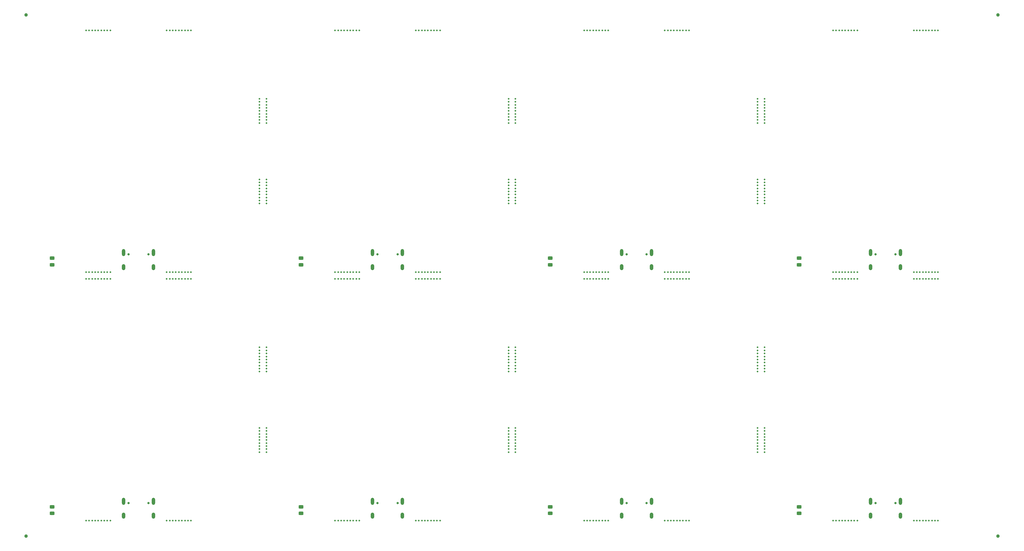
<source format=gbr>
%TF.GenerationSoftware,KiCad,Pcbnew,8.0.6-8.0.6-0~ubuntu24.04.1*%
%TF.CreationDate,2024-11-29T19:36:17+05:00*%
%TF.ProjectId,panel,70616e65-6c2e-46b6-9963-61645f706362,rev?*%
%TF.SameCoordinates,Original*%
%TF.FileFunction,Soldermask,Bot*%
%TF.FilePolarity,Negative*%
%FSLAX46Y46*%
G04 Gerber Fmt 4.6, Leading zero omitted, Abs format (unit mm)*
G04 Created by KiCad (PCBNEW 8.0.6-8.0.6-0~ubuntu24.04.1) date 2024-11-29 19:36:17*
%MOMM*%
%LPD*%
G01*
G04 APERTURE LIST*
G04 Aperture macros list*
%AMRoundRect*
0 Rectangle with rounded corners*
0 $1 Rounding radius*
0 $2 $3 $4 $5 $6 $7 $8 $9 X,Y pos of 4 corners*
0 Add a 4 corners polygon primitive as box body*
4,1,4,$2,$3,$4,$5,$6,$7,$8,$9,$2,$3,0*
0 Add four circle primitives for the rounded corners*
1,1,$1+$1,$2,$3*
1,1,$1+$1,$4,$5*
1,1,$1+$1,$6,$7*
1,1,$1+$1,$8,$9*
0 Add four rect primitives between the rounded corners*
20,1,$1+$1,$2,$3,$4,$5,0*
20,1,$1+$1,$4,$5,$6,$7,0*
20,1,$1+$1,$6,$7,$8,$9,0*
20,1,$1+$1,$8,$9,$2,$3,0*%
G04 Aperture macros list end*
%ADD10C,0.500000*%
%ADD11C,0.650000*%
%ADD12O,1.000000X2.100000*%
%ADD13O,1.000000X1.800000*%
%ADD14C,1.000000*%
%ADD15RoundRect,0.243750X-0.456250X0.243750X-0.456250X-0.243750X0.456250X-0.243750X0.456250X0.243750X0*%
G04 APERTURE END LIST*
D10*
%TO.C,KiKit_MB_8_4*%
X77500000Y-74543416D03*
%TD*%
%TO.C,KiKit_MB_38_1*%
X147500000Y-142167166D03*
%TD*%
%TO.C,KiKit_MB_25_1*%
X241332333Y-27001500D03*
%TD*%
%TO.C,KiKit_MB_6_6*%
X51291416Y-97001500D03*
%TD*%
D11*
%TO.C,J1*%
X37610000Y-91896500D03*
X43390000Y-91896500D03*
D12*
X36180000Y-91396500D03*
D13*
X36180000Y-95576500D03*
D12*
X44820000Y-91396500D03*
D13*
X44820000Y-95576500D03*
%TD*%
D10*
%TO.C,KiKit_MB_48_9*%
X199667666Y-99001500D03*
%TD*%
%TO.C,KiKit_MB_6_4*%
X53041916Y-97001500D03*
%TD*%
%TO.C,KiKit_MB_12_8*%
X126792416Y-27001500D03*
%TD*%
%TO.C,KiKit_MB_36_8*%
X77500000Y-143042416D03*
%TD*%
%TO.C,KiKit_MB_49_9*%
X169332333Y-169001500D03*
%TD*%
%TO.C,KiKit_MB_38_6*%
X147500000Y-146543416D03*
%TD*%
%TO.C,KiKit_MB_41_8*%
X98207583Y-169001500D03*
%TD*%
D11*
%TO.C,J1*%
X109610000Y-91896500D03*
X115390000Y-91896500D03*
D12*
X108180000Y-91396500D03*
D13*
X108180000Y-95576500D03*
D12*
X116820000Y-91396500D03*
D13*
X116820000Y-95576500D03*
%TD*%
D10*
%TO.C,KiKit_MB_20_1*%
X192665666Y-27001500D03*
%TD*%
%TO.C,KiKit_MB_31_4*%
X27958084Y-99001500D03*
%TD*%
%TO.C,KiKit_MB_29_6*%
X75500000Y-123210083D03*
%TD*%
%TO.C,KiKit_MB_33_4*%
X29708584Y-169001500D03*
%TD*%
%TO.C,KiKit_MB_50_8*%
X193540916Y-169001500D03*
%TD*%
%TO.C,KiKit_MB_23_5*%
X221500000Y-50334834D03*
%TD*%
%TO.C,KiKit_MB_50_3*%
X197917166Y-169001500D03*
%TD*%
%TO.C,KiKit_MB_38_2*%
X147500000Y-143042416D03*
%TD*%
%TO.C,KiKit_MB_48_8*%
X198792416Y-99001500D03*
%TD*%
%TO.C,KiKit_MB_51_3*%
X221500000Y-124085333D03*
%TD*%
%TO.C,KiKit_MB_34_8*%
X49540916Y-169001500D03*
%TD*%
%TO.C,KiKit_MB_25_9*%
X248334333Y-27001500D03*
%TD*%
%TO.C,KiKit_MB_56_5*%
X268166666Y-169001500D03*
%TD*%
%TO.C,KiKit_MB_21_4*%
X173708583Y-97001500D03*
%TD*%
%TO.C,KiKit_MB_31_8*%
X31459084Y-99001500D03*
%TD*%
%TO.C,KiKit_MB_50_2*%
X198792416Y-169001500D03*
%TD*%
%TO.C,KiKit_MB_21_1*%
X176334333Y-97001500D03*
%TD*%
%TO.C,KiKit_MB_17_7*%
X219500000Y-52085334D03*
%TD*%
%TO.C,KiKit_MB_14_7*%
X122416166Y-97001500D03*
%TD*%
%TO.C,KiKit_MB_45_6*%
X219500000Y-123210083D03*
%TD*%
%TO.C,KiKit_MB_8_9*%
X77500000Y-70167166D03*
%TD*%
%TO.C,KiKit_MB_23_2*%
X221500000Y-52960584D03*
%TD*%
%TO.C,KiKit_MB_28_1*%
X271667666Y-97001500D03*
%TD*%
%TO.C,KiKit_MB_35_2*%
X77500000Y-124960583D03*
%TD*%
%TO.C,KiKit_MB_54_1*%
X264665666Y-99001500D03*
%TD*%
%TO.C,KiKit_MB_53_5*%
X244833333Y-99001500D03*
%TD*%
%TO.C,KiKit_MB_29_9*%
X75500000Y-125835833D03*
%TD*%
%TO.C,KiKit_MB_50_5*%
X196166666Y-169001500D03*
%TD*%
%TO.C,KiKit_MB_43_2*%
X149500000Y-124960583D03*
%TD*%
%TO.C,KiKit_MB_50_1*%
X199667666Y-169001500D03*
%TD*%
%TO.C,KiKit_MB_36_3*%
X77500000Y-147418666D03*
%TD*%
%TO.C,KiKit_MB_17_2*%
X219500000Y-47709084D03*
%TD*%
%TO.C,KiKit_MB_11_4*%
X99958083Y-27001500D03*
%TD*%
%TO.C,KiKit_MB_7_2*%
X77500000Y-52960584D03*
%TD*%
%TO.C,KiKit_MB_38_7*%
X147500000Y-147418666D03*
%TD*%
%TO.C,KiKit_MB_39_6*%
X101708583Y-99001500D03*
%TD*%
%TO.C,KiKit_MB_13_5*%
X100833333Y-97001500D03*
%TD*%
%TO.C,KiKit_MB_48_1*%
X192665666Y-99001500D03*
%TD*%
D11*
%TO.C,J1*%
X181610000Y-91896500D03*
X187390000Y-91896500D03*
D12*
X180180000Y-91396500D03*
D13*
X180180000Y-95576500D03*
D12*
X188820000Y-91396500D03*
D13*
X188820000Y-95576500D03*
%TD*%
D10*
%TO.C,KiKit_MB_17_6*%
X219500000Y-51210084D03*
%TD*%
%TO.C,KiKit_MB_32_8*%
X54792416Y-99001500D03*
%TD*%
%TO.C,KiKit_MB_5_5*%
X28833334Y-97001500D03*
%TD*%
%TO.C,KiKit_MB_37_3*%
X147500000Y-120584333D03*
%TD*%
%TO.C,KiKit_MB_41_7*%
X99082833Y-169001500D03*
%TD*%
%TO.C,KiKit_MB_47_9*%
X176334333Y-99001500D03*
%TD*%
%TO.C,KiKit_MB_52_4*%
X221500000Y-146543416D03*
%TD*%
%TO.C,KiKit_MB_27_4*%
X245708583Y-97001500D03*
%TD*%
%TO.C,KiKit_MB_16_3*%
X149500000Y-75418666D03*
%TD*%
%TO.C,KiKit_MB_34_7*%
X50416166Y-169001500D03*
%TD*%
%TO.C,KiKit_MB_32_2*%
X49540916Y-99001500D03*
%TD*%
%TO.C,KiKit_MB_3_8*%
X31459084Y-27001500D03*
%TD*%
%TO.C,KiKit_MB_18_7*%
X219500000Y-75418666D03*
%TD*%
%TO.C,KiKit_MB_53_1*%
X241332333Y-99001500D03*
%TD*%
%TO.C,KiKit_MB_26_5*%
X268166666Y-27001500D03*
%TD*%
%TO.C,KiKit_MB_14_8*%
X121540916Y-97001500D03*
%TD*%
%TO.C,KiKit_MB_44_2*%
X149500000Y-148293916D03*
%TD*%
%TO.C,KiKit_MB_35_4*%
X77500000Y-123210083D03*
%TD*%
%TO.C,KiKit_MB_16_6*%
X149500000Y-72792916D03*
%TD*%
%TO.C,KiKit_MB_27_7*%
X243082833Y-97001500D03*
%TD*%
%TO.C,KiKit_MB_6_9*%
X48665666Y-97001500D03*
%TD*%
%TO.C,KiKit_MB_40_4*%
X123291416Y-99001500D03*
%TD*%
%TO.C,KiKit_MB_23_9*%
X221500000Y-46833834D03*
%TD*%
%TO.C,KiKit_MB_39_5*%
X100833333Y-99001500D03*
%TD*%
%TO.C,KiKit_MB_55_4*%
X245708583Y-169001500D03*
%TD*%
%TO.C,KiKit_MB_17_8*%
X219500000Y-52960584D03*
%TD*%
%TO.C,KiKit_MB_47_7*%
X174583833Y-99001500D03*
%TD*%
%TO.C,KiKit_MB_26_2*%
X265540916Y-27001500D03*
%TD*%
%TO.C,KiKit_MB_35_1*%
X77500000Y-125835833D03*
%TD*%
%TO.C,KiKit_MB_54_2*%
X265540916Y-99001500D03*
%TD*%
%TO.C,KiKit_MB_13_3*%
X102583833Y-97001500D03*
%TD*%
%TO.C,KiKit_MB_18_9*%
X219500000Y-77169166D03*
%TD*%
%TO.C,KiKit_MB_52_3*%
X221500000Y-147418666D03*
%TD*%
%TO.C,KiKit_MB_15_2*%
X149500000Y-52960584D03*
%TD*%
%TO.C,KiKit_MB_38_4*%
X147500000Y-144792916D03*
%TD*%
%TO.C,KiKit_MB_30_9*%
X75500000Y-149169166D03*
%TD*%
%TO.C,KiKit_MB_44_4*%
X149500000Y-146543416D03*
%TD*%
%TO.C,KiKit_MB_49_7*%
X171082833Y-169001500D03*
%TD*%
%TO.C,KiKit_MB_13_1*%
X104334333Y-97001500D03*
%TD*%
%TO.C,KiKit_MB_22_4*%
X197041916Y-97001500D03*
%TD*%
%TO.C,KiKit_MB_7_7*%
X77500000Y-48584334D03*
%TD*%
%TO.C,KiKit_MB_55_9*%
X241332333Y-169001500D03*
%TD*%
%TO.C,KiKit_MB_34_5*%
X52166666Y-169001500D03*
%TD*%
%TO.C,KiKit_MB_45_4*%
X219500000Y-121459583D03*
%TD*%
%TO.C,KiKit_MB_51_9*%
X221500000Y-118833833D03*
%TD*%
%TO.C,KiKit_MB_50_7*%
X194416166Y-169001500D03*
%TD*%
%TO.C,KiKit_MB_52_5*%
X221500000Y-145668166D03*
%TD*%
%TO.C,KiKit_MB_19_3*%
X171082833Y-27001500D03*
%TD*%
%TO.C,KiKit_MB_35_8*%
X77500000Y-119709083D03*
%TD*%
%TO.C,KiKit_MB_21_2*%
X175459083Y-97001500D03*
%TD*%
%TO.C,KiKit_MB_46_7*%
X219500000Y-147418666D03*
%TD*%
%TO.C,KiKit_MB_18_5*%
X219500000Y-73668166D03*
%TD*%
%TO.C,KiKit_MB_33_3*%
X30583834Y-169001500D03*
%TD*%
%TO.C,KiKit_MB_11_3*%
X99082833Y-27001500D03*
%TD*%
%TO.C,KiKit_MB_51_8*%
X221500000Y-119709083D03*
%TD*%
%TO.C,KiKit_MB_45_9*%
X219500000Y-125835833D03*
%TD*%
%TO.C,KiKit_MB_2_4*%
X75500000Y-72792916D03*
%TD*%
%TO.C,KiKit_MB_29_4*%
X75500000Y-121459583D03*
%TD*%
%TO.C,KiKit_MB_25_8*%
X247459083Y-27001500D03*
%TD*%
%TO.C,KiKit_MB_34_6*%
X51291416Y-169001500D03*
%TD*%
%TO.C,KiKit_MB_22_9*%
X192665666Y-97001500D03*
%TD*%
%TO.C,KiKit_MB_13_7*%
X99082833Y-97001500D03*
%TD*%
%TO.C,KiKit_MB_25_5*%
X244833333Y-27001500D03*
%TD*%
%TO.C,KiKit_MB_6_7*%
X50416166Y-97001500D03*
%TD*%
%TO.C,KiKit_MB_51_4*%
X221500000Y-123210083D03*
%TD*%
%TO.C,KiKit_MB_33_8*%
X26207584Y-169001500D03*
%TD*%
%TO.C,KiKit_MB_33_2*%
X31459084Y-169001500D03*
%TD*%
%TO.C,KiKit_MB_38_8*%
X147500000Y-148293916D03*
%TD*%
%TO.C,KiKit_MB_37_2*%
X147500000Y-119709083D03*
%TD*%
%TO.C,KiKit_MB_4_4*%
X51291416Y-27001500D03*
%TD*%
%TO.C,KiKit_MB_16_9*%
X149500000Y-70167166D03*
%TD*%
%TO.C,KiKit_MB_27_1*%
X248334333Y-97001500D03*
%TD*%
%TO.C,KiKit_MB_45_3*%
X219500000Y-120584333D03*
%TD*%
%TO.C,KiKit_MB_42_7*%
X122416166Y-169001500D03*
%TD*%
%TO.C,KiKit_MB_16_2*%
X149500000Y-76293916D03*
%TD*%
%TO.C,KiKit_MB_50_4*%
X197041916Y-169001500D03*
%TD*%
%TO.C,KiKit_MB_54_9*%
X271667666Y-99001500D03*
%TD*%
%TO.C,KiKit_MB_28_6*%
X267291416Y-97001500D03*
%TD*%
%TO.C,KiKit_MB_52_2*%
X221500000Y-148293916D03*
%TD*%
%TO.C,KiKit_MB_11_7*%
X102583833Y-27001500D03*
%TD*%
%TO.C,KiKit_MB_40_8*%
X126792416Y-99001500D03*
%TD*%
%TO.C,KiKit_MB_28_2*%
X270792416Y-97001500D03*
%TD*%
%TO.C,KiKit_MB_33_5*%
X28833334Y-169001500D03*
%TD*%
%TO.C,KiKit_MB_21_3*%
X174583833Y-97001500D03*
%TD*%
%TO.C,KiKit_MB_14_2*%
X126792416Y-97001500D03*
%TD*%
%TO.C,KiKit_MB_48_6*%
X197041916Y-99001500D03*
%TD*%
%TO.C,KiKit_MB_3_2*%
X26207584Y-27001500D03*
%TD*%
%TO.C,KiKit_MB_22_6*%
X195291416Y-97001500D03*
%TD*%
%TO.C,KiKit_MB_26_8*%
X270792416Y-27001500D03*
%TD*%
%TO.C,KiKit_MB_21_5*%
X172833333Y-97001500D03*
%TD*%
%TO.C,KiKit_MB_15_1*%
X149500000Y-53835834D03*
%TD*%
%TO.C,KiKit_MB_6_2*%
X54792416Y-97001500D03*
%TD*%
%TO.C,KiKit_MB_35_6*%
X77500000Y-121459583D03*
%TD*%
%TO.C,KiKit_MB_47_3*%
X171082833Y-99001500D03*
%TD*%
%TO.C,KiKit_MB_56_3*%
X269917166Y-169001500D03*
%TD*%
%TO.C,KiKit_MB_55_7*%
X243082833Y-169001500D03*
%TD*%
%TO.C,KiKit_MB_55_8*%
X242207583Y-169001500D03*
%TD*%
%TO.C,KiKit_MB_8_3*%
X77500000Y-75418666D03*
%TD*%
%TO.C,KiKit_MB_14_6*%
X123291416Y-97001500D03*
%TD*%
%TO.C,KiKit_MB_20_8*%
X198792416Y-27001500D03*
%TD*%
%TO.C,KiKit_MB_20_4*%
X195291416Y-27001500D03*
%TD*%
%TO.C,KiKit_MB_34_2*%
X54792416Y-169001500D03*
%TD*%
%TO.C,KiKit_MB_23_8*%
X221500000Y-47709084D03*
%TD*%
%TO.C,KiKit_MB_19_5*%
X172833333Y-27001500D03*
%TD*%
%TO.C,KiKit_MB_32_5*%
X52166666Y-99001500D03*
%TD*%
%TO.C,KiKit_MB_21_6*%
X171958083Y-97001500D03*
%TD*%
%TO.C,KiKit_MB_2_6*%
X75500000Y-74543416D03*
%TD*%
%TO.C,KiKit_MB_11_1*%
X97332333Y-27001500D03*
%TD*%
%TO.C,KiKit_MB_48_3*%
X194416166Y-99001500D03*
%TD*%
%TO.C,KiKit_MB_8_6*%
X77500000Y-72792916D03*
%TD*%
%TO.C,KiKit_MB_35_7*%
X77500000Y-120584333D03*
%TD*%
%TO.C,KiKit_MB_13_2*%
X103459083Y-97001500D03*
%TD*%
%TO.C,KiKit_MB_28_4*%
X269041916Y-97001500D03*
%TD*%
%TO.C,KiKit_MB_17_5*%
X219500000Y-50334834D03*
%TD*%
%TO.C,KiKit_MB_17_1*%
X219500000Y-46833834D03*
%TD*%
%TO.C,KiKit_MB_13_9*%
X97332333Y-97001500D03*
%TD*%
%TO.C,KiKit_MB_18_2*%
X219500000Y-71042416D03*
%TD*%
%TO.C,KiKit_MB_19_1*%
X169332333Y-27001500D03*
%TD*%
%TO.C,KiKit_MB_18_4*%
X219500000Y-72792916D03*
%TD*%
%TO.C,KiKit_MB_27_8*%
X242207583Y-97001500D03*
%TD*%
%TO.C,KiKit_MB_54_8*%
X270792416Y-99001500D03*
%TD*%
%TO.C,KiKit_MB_8_5*%
X77500000Y-73668166D03*
%TD*%
%TO.C,KiKit_MB_1_3*%
X75500000Y-48584334D03*
%TD*%
%TO.C,KiKit_MB_37_8*%
X147500000Y-124960583D03*
%TD*%
%TO.C,KiKit_MB_9_6*%
X147500000Y-51210084D03*
%TD*%
%TO.C,KiKit_MB_56_6*%
X267291416Y-169001500D03*
%TD*%
%TO.C,KiKit_MB_12_4*%
X123291416Y-27001500D03*
%TD*%
%TO.C,KiKit_MB_1_8*%
X75500000Y-52960584D03*
%TD*%
%TO.C,KiKit_MB_41_9*%
X97332333Y-169001500D03*
%TD*%
%TO.C,KiKit_MB_39_8*%
X103459083Y-99001500D03*
%TD*%
%TO.C,KiKit_MB_8_2*%
X77500000Y-76293916D03*
%TD*%
%TO.C,KiKit_MB_6_5*%
X52166666Y-97001500D03*
%TD*%
%TO.C,KiKit_MB_12_3*%
X122416166Y-27001500D03*
%TD*%
%TO.C,KiKit_MB_5_2*%
X31459084Y-97001500D03*
%TD*%
%TO.C,KiKit_MB_11_2*%
X98207583Y-27001500D03*
%TD*%
%TO.C,KiKit_MB_44_9*%
X149500000Y-142167166D03*
%TD*%
%TO.C,KiKit_MB_45_8*%
X219500000Y-124960583D03*
%TD*%
%TO.C,KiKit_MB_3_9*%
X32334334Y-27001500D03*
%TD*%
%TO.C,KiKit_MB_9_1*%
X147500000Y-46833834D03*
%TD*%
%TO.C,KiKit_MB_44_1*%
X149500000Y-149169166D03*
%TD*%
%TO.C,KiKit_MB_31_5*%
X28833334Y-99001500D03*
%TD*%
%TO.C,KiKit_MB_1_6*%
X75500000Y-51210084D03*
%TD*%
%TO.C,KiKit_MB_54_6*%
X269041916Y-99001500D03*
%TD*%
%TO.C,KiKit_MB_13_4*%
X101708583Y-97001500D03*
%TD*%
%TO.C,KiKit_MB_27_9*%
X241332333Y-97001500D03*
%TD*%
%TO.C,KiKit_MB_20_9*%
X199667666Y-27001500D03*
%TD*%
%TO.C,KiKit_MB_45_1*%
X219500000Y-118833833D03*
%TD*%
%TO.C,KiKit_MB_29_3*%
X75500000Y-120584333D03*
%TD*%
%TO.C,KiKit_MB_52_7*%
X221500000Y-143917666D03*
%TD*%
%TO.C,KiKit_MB_43_3*%
X149500000Y-124085333D03*
%TD*%
%TO.C,KiKit_MB_36_1*%
X77500000Y-149169166D03*
%TD*%
%TO.C,KiKit_MB_53_3*%
X243082833Y-99001500D03*
%TD*%
%TO.C,KiKit_MB_42_5*%
X124166666Y-169001500D03*
%TD*%
%TO.C,KiKit_MB_25_7*%
X246583833Y-27001500D03*
%TD*%
%TO.C,KiKit_MB_17_4*%
X219500000Y-49459584D03*
%TD*%
%TO.C,KiKit_MB_16_5*%
X149500000Y-73668166D03*
%TD*%
%TO.C,KiKit_MB_32_1*%
X48665666Y-99001500D03*
%TD*%
%TO.C,KiKit_MB_54_7*%
X269917166Y-99001500D03*
%TD*%
%TO.C,KiKit_MB_53_7*%
X246583833Y-99001500D03*
%TD*%
%TO.C,KiKit_MB_22_8*%
X193540916Y-97001500D03*
%TD*%
%TO.C,KiKit_MB_26_7*%
X269917166Y-27001500D03*
%TD*%
%TO.C,KiKit_MB_37_9*%
X147500000Y-125835833D03*
%TD*%
%TO.C,KiKit_MB_48_7*%
X197917166Y-99001500D03*
%TD*%
%TO.C,KiKit_MB_19_6*%
X173708583Y-27001500D03*
%TD*%
%TO.C,KiKit_MB_46_4*%
X219500000Y-144792916D03*
%TD*%
%TO.C,KiKit_MB_2_5*%
X75500000Y-73668166D03*
%TD*%
%TO.C,KiKit_MB_1_7*%
X75500000Y-52085334D03*
%TD*%
%TO.C,KiKit_MB_43_6*%
X149500000Y-121459583D03*
%TD*%
%TO.C,KiKit_MB_30_6*%
X75500000Y-146543416D03*
%TD*%
%TO.C,KiKit_MB_29_7*%
X75500000Y-124085333D03*
%TD*%
%TO.C,KiKit_MB_24_9*%
X221500000Y-70167166D03*
%TD*%
%TO.C,KiKit_MB_4_2*%
X49540916Y-27001500D03*
%TD*%
%TO.C,KiKit_MB_56_1*%
X271667666Y-169001500D03*
%TD*%
%TO.C,KiKit_MB_56_2*%
X270792416Y-169001500D03*
%TD*%
%TO.C,KiKit_MB_33_1*%
X32334334Y-169001500D03*
%TD*%
%TO.C,KiKit_MB_5_8*%
X26207584Y-97001500D03*
%TD*%
%TO.C,KiKit_MB_54_4*%
X267291416Y-99001500D03*
%TD*%
%TO.C,KiKit_MB_46_8*%
X219500000Y-148293916D03*
%TD*%
%TO.C,KiKit_MB_2_3*%
X75500000Y-71917666D03*
%TD*%
%TO.C,KiKit_MB_56_4*%
X269041916Y-169001500D03*
%TD*%
%TO.C,KiKit_MB_16_7*%
X149500000Y-71917666D03*
%TD*%
%TO.C,KiKit_MB_11_6*%
X101708583Y-27001500D03*
%TD*%
%TO.C,KiKit_MB_20_7*%
X197917166Y-27001500D03*
%TD*%
%TO.C,KiKit_MB_24_5*%
X221500000Y-73668166D03*
%TD*%
%TO.C,KiKit_MB_9_7*%
X147500000Y-52085334D03*
%TD*%
%TO.C,KiKit_MB_46_2*%
X219500000Y-143042416D03*
%TD*%
%TO.C,KiKit_MB_10_9*%
X147500000Y-77169166D03*
%TD*%
%TO.C,KiKit_MB_2_2*%
X75500000Y-71042416D03*
%TD*%
%TO.C,KiKit_MB_24_2*%
X221500000Y-76293916D03*
%TD*%
%TO.C,KiKit_MB_47_1*%
X169332333Y-99001500D03*
%TD*%
%TO.C,KiKit_MB_46_9*%
X219500000Y-149169166D03*
%TD*%
%TO.C,KiKit_MB_46_6*%
X219500000Y-146543416D03*
%TD*%
%TO.C,KiKit_MB_28_3*%
X269917166Y-97001500D03*
%TD*%
%TO.C,KiKit_MB_12_7*%
X125917166Y-27001500D03*
%TD*%
%TO.C,KiKit_MB_30_5*%
X75500000Y-145668166D03*
%TD*%
%TO.C,KiKit_MB_42_3*%
X125917166Y-169001500D03*
%TD*%
%TO.C,KiKit_MB_1_5*%
X75500000Y-50334834D03*
%TD*%
%TO.C,KiKit_MB_42_8*%
X121540916Y-169001500D03*
%TD*%
%TO.C,KiKit_MB_7_3*%
X77500000Y-52085334D03*
%TD*%
%TO.C,KiKit_MB_20_5*%
X196166666Y-27001500D03*
%TD*%
%TO.C,KiKit_MB_32_6*%
X53041916Y-99001500D03*
%TD*%
%TO.C,KiKit_MB_15_8*%
X149500000Y-47709084D03*
%TD*%
%TO.C,KiKit_MB_40_7*%
X125917166Y-99001500D03*
%TD*%
%TO.C,KiKit_MB_3_5*%
X28833334Y-27001500D03*
%TD*%
%TO.C,KiKit_MB_55_1*%
X248334333Y-169001500D03*
%TD*%
%TO.C,KiKit_MB_15_6*%
X149500000Y-49459584D03*
%TD*%
%TO.C,KiKit_MB_56_9*%
X264665666Y-169001500D03*
%TD*%
%TO.C,KiKit_MB_7_8*%
X77500000Y-47709084D03*
%TD*%
%TO.C,KiKit_MB_40_5*%
X124166666Y-99001500D03*
%TD*%
%TO.C,KiKit_MB_39_4*%
X99958083Y-99001500D03*
%TD*%
%TO.C,KiKit_MB_11_9*%
X104334333Y-27001500D03*
%TD*%
%TO.C,KiKit_MB_21_9*%
X169332333Y-97001500D03*
%TD*%
%TO.C,KiKit_MB_52_8*%
X221500000Y-143042416D03*
%TD*%
%TO.C,KiKit_MB_34_1*%
X55667666Y-169001500D03*
%TD*%
%TO.C,KiKit_MB_47_4*%
X171958083Y-99001500D03*
%TD*%
%TO.C,KiKit_MB_38_3*%
X147500000Y-143917666D03*
%TD*%
%TO.C,KiKit_MB_40_9*%
X127667666Y-99001500D03*
%TD*%
%TO.C,KiKit_MB_34_9*%
X48665666Y-169001500D03*
%TD*%
%TO.C,KiKit_MB_9_3*%
X147500000Y-48584334D03*
%TD*%
%TO.C,KiKit_MB_53_9*%
X248334333Y-99001500D03*
%TD*%
%TO.C,KiKit_MB_27_3*%
X246583833Y-97001500D03*
%TD*%
%TO.C,KiKit_MB_11_8*%
X103459083Y-27001500D03*
%TD*%
%TO.C,KiKit_MB_28_7*%
X266416166Y-97001500D03*
%TD*%
%TO.C,KiKit_MB_24_8*%
X221500000Y-71042416D03*
%TD*%
%TO.C,KiKit_MB_49_3*%
X174583833Y-169001500D03*
%TD*%
%TO.C,KiKit_MB_24_1*%
X221500000Y-77169166D03*
%TD*%
%TO.C,KiKit_MB_23_1*%
X221500000Y-53835834D03*
%TD*%
%TO.C,KiKit_MB_28_8*%
X265540916Y-97001500D03*
%TD*%
%TO.C,KiKit_MB_24_4*%
X221500000Y-74543416D03*
%TD*%
%TO.C,KiKit_MB_41_6*%
X99958083Y-169001500D03*
%TD*%
%TO.C,KiKit_MB_14_1*%
X127667666Y-97001500D03*
%TD*%
%TO.C,KiKit_MB_42_1*%
X127667666Y-169001500D03*
%TD*%
%TO.C,KiKit_MB_44_3*%
X149500000Y-147418666D03*
%TD*%
%TO.C,KiKit_MB_23_3*%
X221500000Y-52085334D03*
%TD*%
%TO.C,KiKit_MB_21_8*%
X170207583Y-97001500D03*
%TD*%
%TO.C,KiKit_MB_9_9*%
X147500000Y-53835834D03*
%TD*%
%TO.C,KiKit_MB_3_1*%
X25332334Y-27001500D03*
%TD*%
%TO.C,KiKit_MB_20_3*%
X194416166Y-27001500D03*
%TD*%
%TO.C,KiKit_MB_31_1*%
X25332334Y-99001500D03*
%TD*%
%TO.C,KiKit_MB_4_1*%
X48665666Y-27001500D03*
%TD*%
%TO.C,KiKit_MB_13_6*%
X99958083Y-97001500D03*
%TD*%
%TO.C,KiKit_MB_6_3*%
X53917166Y-97001500D03*
%TD*%
%TO.C,KiKit_MB_30_4*%
X75500000Y-144792916D03*
%TD*%
%TO.C,KiKit_MB_22_7*%
X194416166Y-97001500D03*
%TD*%
%TO.C,KiKit_MB_7_9*%
X77500000Y-46833834D03*
%TD*%
%TO.C,KiKit_MB_9_8*%
X147500000Y-52960584D03*
%TD*%
%TO.C,KiKit_MB_42_9*%
X120665666Y-169001500D03*
%TD*%
%TO.C,KiKit_MB_35_5*%
X77500000Y-122334833D03*
%TD*%
%TO.C,KiKit_MB_14_5*%
X124166666Y-97001500D03*
%TD*%
%TO.C,KiKit_MB_5_3*%
X30583834Y-97001500D03*
%TD*%
%TO.C,KiKit_MB_12_2*%
X121540916Y-27001500D03*
%TD*%
%TO.C,KiKit_MB_3_7*%
X30583834Y-27001500D03*
%TD*%
%TO.C,KiKit_MB_36_5*%
X77500000Y-145668166D03*
%TD*%
%TO.C,KiKit_MB_14_3*%
X125917166Y-97001500D03*
%TD*%
%TO.C,KiKit_MB_12_9*%
X127667666Y-27001500D03*
%TD*%
%TO.C,KiKit_MB_34_3*%
X53917166Y-169001500D03*
%TD*%
D11*
%TO.C,J1*%
X253610000Y-91896500D03*
X259390000Y-91896500D03*
D12*
X252180000Y-91396500D03*
D13*
X252180000Y-95576500D03*
D12*
X260820000Y-91396500D03*
D13*
X260820000Y-95576500D03*
%TD*%
D10*
%TO.C,KiKit_MB_26_3*%
X266416166Y-27001500D03*
%TD*%
%TO.C,KiKit_MB_54_5*%
X268166666Y-99001500D03*
%TD*%
%TO.C,KiKit_MB_43_1*%
X149500000Y-125835833D03*
%TD*%
%TO.C,KiKit_MB_2_8*%
X75500000Y-76293916D03*
%TD*%
D11*
%TO.C,J1*%
X109610000Y-163896500D03*
X115390000Y-163896500D03*
D12*
X108180000Y-163396500D03*
D13*
X108180000Y-167576500D03*
D12*
X116820000Y-163396500D03*
D13*
X116820000Y-167576500D03*
%TD*%
D10*
%TO.C,KiKit_MB_51_6*%
X221500000Y-121459583D03*
%TD*%
%TO.C,KiKit_MB_43_9*%
X149500000Y-118833833D03*
%TD*%
%TO.C,KiKit_MB_1_9*%
X75500000Y-53835834D03*
%TD*%
%TO.C,KiKit_MB_29_1*%
X75500000Y-118833833D03*
%TD*%
%TO.C,KiKit_MB_23_4*%
X221500000Y-51210084D03*
%TD*%
%TO.C,KiKit_MB_3_3*%
X27082834Y-27001500D03*
%TD*%
%TO.C,KiKit_MB_31_2*%
X26207584Y-99001500D03*
%TD*%
%TO.C,KiKit_MB_40_3*%
X122416166Y-99001500D03*
%TD*%
%TO.C,KiKit_MB_55_2*%
X247459083Y-169001500D03*
%TD*%
%TO.C,KiKit_MB_41_2*%
X103459083Y-169001500D03*
%TD*%
%TO.C,KiKit_MB_38_9*%
X147500000Y-149169166D03*
%TD*%
%TO.C,KiKit_MB_5_6*%
X27958084Y-97001500D03*
%TD*%
%TO.C,KiKit_MB_31_9*%
X32334334Y-99001500D03*
%TD*%
%TO.C,KiKit_MB_30_1*%
X75500000Y-142167166D03*
%TD*%
%TO.C,KiKit_MB_35_9*%
X77500000Y-118833833D03*
%TD*%
%TO.C,KiKit_MB_12_1*%
X120665666Y-27001500D03*
%TD*%
%TO.C,KiKit_MB_18_1*%
X219500000Y-70167166D03*
%TD*%
%TO.C,KiKit_MB_42_6*%
X123291416Y-169001500D03*
%TD*%
%TO.C,KiKit_MB_30_8*%
X75500000Y-148293916D03*
%TD*%
%TO.C,KiKit_MB_16_8*%
X149500000Y-71042416D03*
%TD*%
%TO.C,KiKit_MB_21_7*%
X171082833Y-97001500D03*
%TD*%
%TO.C,KiKit_MB_49_4*%
X173708583Y-169001500D03*
%TD*%
%TO.C,KiKit_MB_26_1*%
X264665666Y-27001500D03*
%TD*%
%TO.C,KiKit_MB_13_8*%
X98207583Y-97001500D03*
%TD*%
%TO.C,KiKit_MB_25_2*%
X242207583Y-27001500D03*
%TD*%
%TO.C,KiKit_MB_3_4*%
X27958084Y-27001500D03*
%TD*%
%TO.C,KiKit_MB_48_5*%
X196166666Y-99001500D03*
%TD*%
%TO.C,KiKit_MB_31_6*%
X29708584Y-99001500D03*
%TD*%
%TO.C,KiKit_MB_43_7*%
X149500000Y-120584333D03*
%TD*%
%TO.C,KiKit_MB_11_5*%
X100833333Y-27001500D03*
%TD*%
%TO.C,KiKit_MB_26_4*%
X267291416Y-27001500D03*
%TD*%
%TO.C,KiKit_MB_46_5*%
X219500000Y-145668166D03*
%TD*%
%TO.C,KiKit_MB_49_1*%
X176334333Y-169001500D03*
%TD*%
%TO.C,KiKit_MB_47_6*%
X173708583Y-99001500D03*
%TD*%
%TO.C,KiKit_MB_32_3*%
X50416166Y-99001500D03*
%TD*%
%TO.C,KiKit_MB_56_8*%
X265540916Y-169001500D03*
%TD*%
%TO.C,KiKit_MB_1_2*%
X75500000Y-47709084D03*
%TD*%
%TO.C,KiKit_MB_12_5*%
X124166666Y-27001500D03*
%TD*%
%TO.C,KiKit_MB_15_3*%
X149500000Y-52085334D03*
%TD*%
%TO.C,KiKit_MB_36_2*%
X77500000Y-148293916D03*
%TD*%
%TO.C,KiKit_MB_19_8*%
X175459083Y-27001500D03*
%TD*%
%TO.C,KiKit_MB_22_5*%
X196166666Y-97001500D03*
%TD*%
%TO.C,KiKit_MB_30_2*%
X75500000Y-143042416D03*
%TD*%
%TO.C,KiKit_MB_38_5*%
X147500000Y-145668166D03*
%TD*%
%TO.C,KiKit_MB_19_4*%
X171958083Y-27001500D03*
%TD*%
%TO.C,KiKit_MB_4_6*%
X53041916Y-27001500D03*
%TD*%
%TO.C,KiKit_MB_10_3*%
X147500000Y-71917666D03*
%TD*%
%TO.C,KiKit_MB_10_5*%
X147500000Y-73668166D03*
%TD*%
%TO.C,KiKit_MB_55_6*%
X243958083Y-169001500D03*
%TD*%
%TO.C,KiKit_MB_35_3*%
X77500000Y-124085333D03*
%TD*%
%TO.C,KiKit_MB_6_1*%
X55667666Y-97001500D03*
%TD*%
%TO.C,KiKit_MB_32_9*%
X55667666Y-99001500D03*
%TD*%
%TO.C,KiKit_MB_6_8*%
X49540916Y-97001500D03*
%TD*%
%TO.C,KiKit_MB_32_7*%
X53917166Y-99001500D03*
%TD*%
%TO.C,KiKit_MB_39_3*%
X99082833Y-99001500D03*
%TD*%
%TO.C,KiKit_MB_15_7*%
X149500000Y-48584334D03*
%TD*%
%TO.C,KiKit_MB_4_7*%
X53917166Y-27001500D03*
%TD*%
%TO.C,KiKit_MB_32_4*%
X51291416Y-99001500D03*
%TD*%
%TO.C,KiKit_MB_40_1*%
X120665666Y-99001500D03*
%TD*%
%TO.C,KiKit_MB_36_4*%
X77500000Y-146543416D03*
%TD*%
%TO.C,KiKit_MB_51_1*%
X221500000Y-125835833D03*
%TD*%
%TO.C,KiKit_MB_55_3*%
X246583833Y-169001500D03*
%TD*%
%TO.C,KiKit_MB_14_4*%
X125041916Y-97001500D03*
%TD*%
%TO.C,KiKit_MB_33_7*%
X27082834Y-169001500D03*
%TD*%
%TO.C,KiKit_MB_2_7*%
X75500000Y-75418666D03*
%TD*%
%TO.C,KiKit_MB_52_9*%
X221500000Y-142167166D03*
%TD*%
%TO.C,KiKit_MB_42_4*%
X125041916Y-169001500D03*
%TD*%
%TO.C,KiKit_MB_24_3*%
X221500000Y-75418666D03*
%TD*%
%TO.C,KiKit_MB_42_2*%
X126792416Y-169001500D03*
%TD*%
%TO.C,KiKit_MB_53_8*%
X247459083Y-99001500D03*
%TD*%
%TO.C,KiKit_MB_30_3*%
X75500000Y-143917666D03*
%TD*%
%TO.C,KiKit_MB_9_5*%
X147500000Y-50334834D03*
%TD*%
%TO.C,KiKit_MB_37_1*%
X147500000Y-118833833D03*
%TD*%
%TO.C,KiKit_MB_19_7*%
X174583833Y-27001500D03*
%TD*%
%TO.C,KiKit_MB_10_7*%
X147500000Y-75418666D03*
%TD*%
%TO.C,KiKit_MB_50_9*%
X192665666Y-169001500D03*
%TD*%
%TO.C,KiKit_MB_10_6*%
X147500000Y-74543416D03*
%TD*%
%TO.C,KiKit_MB_20_2*%
X193540916Y-27001500D03*
%TD*%
%TO.C,KiKit_MB_41_4*%
X101708583Y-169001500D03*
%TD*%
%TO.C,KiKit_MB_26_6*%
X269041916Y-27001500D03*
%TD*%
%TO.C,KiKit_MB_5_1*%
X32334334Y-97001500D03*
%TD*%
%TO.C,KiKit_MB_16_1*%
X149500000Y-77169166D03*
%TD*%
%TO.C,KiKit_MB_8_1*%
X77500000Y-77169166D03*
%TD*%
%TO.C,KiKit_MB_37_4*%
X147500000Y-121459583D03*
%TD*%
%TO.C,KiKit_MB_1_1*%
X75500000Y-46833834D03*
%TD*%
%TO.C,KiKit_MB_25_6*%
X245708583Y-27001500D03*
%TD*%
%TO.C,KiKit_MB_53_2*%
X242207583Y-99001500D03*
%TD*%
%TO.C,KiKit_MB_5_4*%
X29708584Y-97001500D03*
%TD*%
%TO.C,KiKit_MB_34_4*%
X53041916Y-169001500D03*
%TD*%
%TO.C,KiKit_MB_52_1*%
X221500000Y-149169166D03*
%TD*%
D11*
%TO.C,J1*%
X253610000Y-163896500D03*
X259390000Y-163896500D03*
D12*
X252180000Y-163396500D03*
D13*
X252180000Y-167576500D03*
D12*
X260820000Y-163396500D03*
D13*
X260820000Y-167576500D03*
%TD*%
D10*
%TO.C,KiKit_MB_45_5*%
X219500000Y-122334833D03*
%TD*%
%TO.C,KiKit_MB_7_5*%
X77500000Y-50334834D03*
%TD*%
%TO.C,KiKit_MB_24_7*%
X221500000Y-71917666D03*
%TD*%
%TO.C,KiKit_MB_37_5*%
X147500000Y-122334833D03*
%TD*%
%TO.C,KiKit_MB_18_3*%
X219500000Y-71917666D03*
%TD*%
%TO.C,KiKit_MB_33_9*%
X25332334Y-169001500D03*
%TD*%
%TO.C,KiKit_MB_22_1*%
X199667666Y-97001500D03*
%TD*%
%TO.C,KiKit_MB_19_9*%
X176334333Y-27001500D03*
%TD*%
%TO.C,KiKit_MB_51_2*%
X221500000Y-124960583D03*
%TD*%
%TO.C,KiKit_MB_47_2*%
X170207583Y-99001500D03*
%TD*%
%TO.C,KiKit_MB_41_1*%
X104334333Y-169001500D03*
%TD*%
%TO.C,KiKit_MB_41_5*%
X100833333Y-169001500D03*
%TD*%
%TO.C,KiKit_MB_51_5*%
X221500000Y-122334833D03*
%TD*%
%TO.C,KiKit_MB_10_1*%
X147500000Y-70167166D03*
%TD*%
%TO.C,KiKit_MB_36_6*%
X77500000Y-144792916D03*
%TD*%
%TO.C,KiKit_MB_56_7*%
X266416166Y-169001500D03*
%TD*%
%TO.C,KiKit_MB_39_7*%
X102583833Y-99001500D03*
%TD*%
%TO.C,KiKit_MB_27_6*%
X243958083Y-97001500D03*
%TD*%
%TO.C,KiKit_MB_10_8*%
X147500000Y-76293916D03*
%TD*%
D11*
%TO.C,J1*%
X37610000Y-163896500D03*
X43390000Y-163896500D03*
D12*
X36180000Y-163396500D03*
D13*
X36180000Y-167576500D03*
D12*
X44820000Y-163396500D03*
D13*
X44820000Y-167576500D03*
%TD*%
D10*
%TO.C,KiKit_MB_23_7*%
X221500000Y-48584334D03*
%TD*%
%TO.C,KiKit_MB_45_2*%
X219500000Y-119709083D03*
%TD*%
%TO.C,KiKit_MB_15_9*%
X149500000Y-46833834D03*
%TD*%
%TO.C,KiKit_MB_22_2*%
X198792416Y-97001500D03*
%TD*%
%TO.C,KiKit_MB_17_3*%
X219500000Y-48584334D03*
%TD*%
%TO.C,KiKit_MB_4_9*%
X55667666Y-27001500D03*
%TD*%
%TO.C,KiKit_MB_44_5*%
X149500000Y-145668166D03*
%TD*%
%TO.C,KiKit_MB_37_7*%
X147500000Y-124085333D03*
%TD*%
%TO.C,KiKit_MB_50_6*%
X195291416Y-169001500D03*
%TD*%
%TO.C,KiKit_MB_49_2*%
X175459083Y-169001500D03*
%TD*%
%TO.C,KiKit_MB_33_6*%
X27958084Y-169001500D03*
%TD*%
%TO.C,KiKit_MB_36_7*%
X77500000Y-143917666D03*
%TD*%
%TO.C,KiKit_MB_14_9*%
X120665666Y-97001500D03*
%TD*%
%TO.C,KiKit_MB_29_5*%
X75500000Y-122334833D03*
%TD*%
%TO.C,KiKit_MB_31_7*%
X30583834Y-99001500D03*
%TD*%
%TO.C,KiKit_MB_10_4*%
X147500000Y-72792916D03*
%TD*%
%TO.C,KiKit_MB_39_9*%
X104334333Y-99001500D03*
%TD*%
%TO.C,KiKit_MB_24_6*%
X221500000Y-72792916D03*
%TD*%
%TO.C,KiKit_MB_43_5*%
X149500000Y-122334833D03*
%TD*%
%TO.C,KiKit_MB_7_4*%
X77500000Y-51210084D03*
%TD*%
%TO.C,KiKit_MB_25_4*%
X243958083Y-27001500D03*
%TD*%
%TO.C,KiKit_MB_51_7*%
X221500000Y-120584333D03*
%TD*%
%TO.C,KiKit_MB_41_3*%
X102583833Y-169001500D03*
%TD*%
%TO.C,KiKit_MB_45_7*%
X219500000Y-124085333D03*
%TD*%
%TO.C,KiKit_MB_44_6*%
X149500000Y-144792916D03*
%TD*%
%TO.C,KiKit_MB_7_1*%
X77500000Y-53835834D03*
%TD*%
%TO.C,KiKit_MB_15_4*%
X149500000Y-51210084D03*
%TD*%
%TO.C,KiKit_MB_9_4*%
X147500000Y-49459584D03*
%TD*%
%TO.C,KiKit_MB_39_1*%
X97332333Y-99001500D03*
%TD*%
%TO.C,KiKit_MB_2_1*%
X75500000Y-70167166D03*
%TD*%
%TO.C,KiKit_MB_49_6*%
X171958083Y-169001500D03*
%TD*%
%TO.C,KiKit_MB_28_5*%
X268166666Y-97001500D03*
%TD*%
%TO.C,KiKit_MB_48_2*%
X193540916Y-99001500D03*
%TD*%
%TO.C,KiKit_MB_43_8*%
X149500000Y-119709083D03*
%TD*%
%TO.C,KiKit_MB_7_6*%
X77500000Y-49459584D03*
%TD*%
%TO.C,KiKit_MB_40_6*%
X125041916Y-99001500D03*
%TD*%
%TO.C,KiKit_MB_54_3*%
X266416166Y-99001500D03*
%TD*%
%TO.C,KiKit_MB_17_9*%
X219500000Y-53835834D03*
%TD*%
%TO.C,KiKit_MB_4_8*%
X54792416Y-27001500D03*
%TD*%
%TO.C,KiKit_MB_5_9*%
X25332334Y-97001500D03*
%TD*%
%TO.C,KiKit_MB_29_8*%
X75500000Y-124960583D03*
%TD*%
%TO.C,KiKit_MB_27_2*%
X247459083Y-97001500D03*
%TD*%
%TO.C,KiKit_MB_12_6*%
X125041916Y-27001500D03*
%TD*%
%TO.C,KiKit_MB_49_8*%
X170207583Y-169001500D03*
%TD*%
%TO.C,KiKit_MB_43_4*%
X149500000Y-123210083D03*
%TD*%
%TO.C,KiKit_MB_40_2*%
X121540916Y-99001500D03*
%TD*%
%TO.C,KiKit_MB_31_3*%
X27082834Y-99001500D03*
%TD*%
%TO.C,KiKit_MB_20_6*%
X197041916Y-27001500D03*
%TD*%
%TO.C,KiKit_MB_48_4*%
X195291416Y-99001500D03*
%TD*%
%TO.C,KiKit_MB_3_6*%
X29708584Y-27001500D03*
%TD*%
%TO.C,KiKit_MB_46_1*%
X219500000Y-142167166D03*
%TD*%
%TO.C,KiKit_MB_16_4*%
X149500000Y-74543416D03*
%TD*%
%TO.C,KiKit_MB_18_8*%
X219500000Y-76293916D03*
%TD*%
%TO.C,KiKit_MB_29_2*%
X75500000Y-119709083D03*
%TD*%
%TO.C,KiKit_MB_23_6*%
X221500000Y-49459584D03*
%TD*%
%TO.C,KiKit_MB_26_9*%
X271667666Y-27001500D03*
%TD*%
%TO.C,KiKit_MB_44_7*%
X149500000Y-143917666D03*
%TD*%
%TO.C,KiKit_MB_4_5*%
X52166666Y-27001500D03*
%TD*%
%TO.C,KiKit_MB_55_5*%
X244833333Y-169001500D03*
%TD*%
%TO.C,KiKit_MB_22_3*%
X197917166Y-97001500D03*
%TD*%
%TO.C,KiKit_MB_49_5*%
X172833333Y-169001500D03*
%TD*%
%TO.C,KiKit_MB_39_2*%
X98207583Y-99001500D03*
%TD*%
%TO.C,KiKit_MB_4_3*%
X50416166Y-27001500D03*
%TD*%
D11*
%TO.C,J1*%
X181610000Y-163896500D03*
X187390000Y-163896500D03*
D12*
X180180000Y-163396500D03*
D13*
X180180000Y-167576500D03*
D12*
X188820000Y-163396500D03*
D13*
X188820000Y-167576500D03*
%TD*%
D10*
%TO.C,KiKit_MB_52_6*%
X221500000Y-144792916D03*
%TD*%
%TO.C,KiKit_MB_15_5*%
X149500000Y-50334834D03*
%TD*%
%TO.C,KiKit_MB_47_5*%
X172833333Y-99001500D03*
%TD*%
%TO.C,KiKit_MB_10_2*%
X147500000Y-71042416D03*
%TD*%
%TO.C,KiKit_MB_47_8*%
X175459083Y-99001500D03*
%TD*%
%TO.C,KiKit_MB_36_9*%
X77500000Y-142167166D03*
%TD*%
%TO.C,KiKit_MB_53_6*%
X245708583Y-99001500D03*
%TD*%
%TO.C,KiKit_MB_18_6*%
X219500000Y-74543416D03*
%TD*%
%TO.C,KiKit_MB_30_7*%
X75500000Y-147418666D03*
%TD*%
%TO.C,KiKit_MB_37_6*%
X147500000Y-123210083D03*
%TD*%
%TO.C,KiKit_MB_8_8*%
X77500000Y-71042416D03*
%TD*%
%TO.C,KiKit_MB_27_5*%
X244833333Y-97001500D03*
%TD*%
%TO.C,KiKit_MB_44_8*%
X149500000Y-143042416D03*
%TD*%
%TO.C,KiKit_MB_46_3*%
X219500000Y-143917666D03*
%TD*%
%TO.C,KiKit_MB_28_9*%
X264665666Y-97001500D03*
%TD*%
%TO.C,KiKit_MB_1_4*%
X75500000Y-49459584D03*
%TD*%
%TO.C,KiKit_MB_19_2*%
X170207583Y-27001500D03*
%TD*%
%TO.C,KiKit_MB_2_9*%
X75500000Y-77169166D03*
%TD*%
%TO.C,KiKit_MB_9_2*%
X147500000Y-47709084D03*
%TD*%
%TO.C,KiKit_MB_5_7*%
X27082834Y-97001500D03*
%TD*%
%TO.C,KiKit_MB_8_7*%
X77500000Y-71917666D03*
%TD*%
%TO.C,KiKit_MB_25_3*%
X243082833Y-27001500D03*
%TD*%
%TO.C,KiKit_MB_53_4*%
X243958083Y-99001500D03*
%TD*%
D14*
%TO.C,KiKit_FID_B_3*%
X8000000Y-173503500D03*
%TD*%
D15*
%TO.C,D1*%
X159500000Y-165001500D03*
X159500000Y-166876500D03*
%TD*%
D14*
%TO.C,KiKit_FID_B_4*%
X289000000Y-173503500D03*
%TD*%
D15*
%TO.C,D1*%
X231500000Y-165001500D03*
X231500000Y-166876500D03*
%TD*%
%TO.C,D1*%
X159500000Y-93001500D03*
X159500000Y-94876500D03*
%TD*%
%TO.C,D1*%
X15500000Y-93001500D03*
X15500000Y-94876500D03*
%TD*%
D14*
%TO.C,KiKit_FID_B_2*%
X289000000Y-22500000D03*
%TD*%
D15*
%TO.C,D1*%
X87500000Y-165001500D03*
X87500000Y-166876500D03*
%TD*%
%TO.C,D1*%
X231500000Y-93001500D03*
X231500000Y-94876500D03*
%TD*%
D14*
%TO.C,KiKit_FID_B_1*%
X8000000Y-22500000D03*
%TD*%
D15*
%TO.C,D1*%
X15500000Y-165001500D03*
X15500000Y-166876500D03*
%TD*%
%TO.C,D1*%
X87500000Y-93001500D03*
X87500000Y-94876500D03*
%TD*%
M02*

</source>
